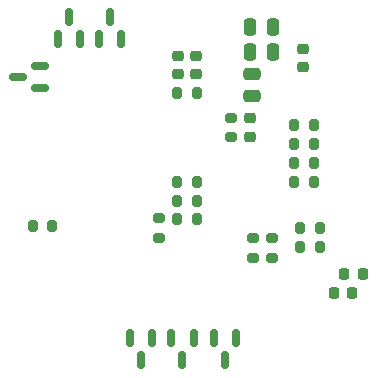
<source format=gbr>
%TF.GenerationSoftware,KiCad,Pcbnew,8.0.5*%
%TF.CreationDate,2025-01-05T11:13:20+01:00*%
%TF.ProjectId,BlockBoxController,426c6f63-6b42-46f7-9843-6f6e74726f6c,rev?*%
%TF.SameCoordinates,Original*%
%TF.FileFunction,Paste,Bot*%
%TF.FilePolarity,Positive*%
%FSLAX46Y46*%
G04 Gerber Fmt 4.6, Leading zero omitted, Abs format (unit mm)*
G04 Created by KiCad (PCBNEW 8.0.5) date 2025-01-05 11:13:20*
%MOMM*%
%LPD*%
G01*
G04 APERTURE LIST*
G04 Aperture macros list*
%AMRoundRect*
0 Rectangle with rounded corners*
0 $1 Rounding radius*
0 $2 $3 $4 $5 $6 $7 $8 $9 X,Y pos of 4 corners*
0 Add a 4 corners polygon primitive as box body*
4,1,4,$2,$3,$4,$5,$6,$7,$8,$9,$2,$3,0*
0 Add four circle primitives for the rounded corners*
1,1,$1+$1,$2,$3*
1,1,$1+$1,$4,$5*
1,1,$1+$1,$6,$7*
1,1,$1+$1,$8,$9*
0 Add four rect primitives between the rounded corners*
20,1,$1+$1,$2,$3,$4,$5,0*
20,1,$1+$1,$4,$5,$6,$7,0*
20,1,$1+$1,$6,$7,$8,$9,0*
20,1,$1+$1,$8,$9,$2,$3,0*%
G04 Aperture macros list end*
%ADD10RoundRect,0.200000X-0.200000X-0.275000X0.200000X-0.275000X0.200000X0.275000X-0.200000X0.275000X0*%
%ADD11RoundRect,0.200000X0.200000X0.275000X-0.200000X0.275000X-0.200000X-0.275000X0.200000X-0.275000X0*%
%ADD12RoundRect,0.200000X0.275000X-0.200000X0.275000X0.200000X-0.275000X0.200000X-0.275000X-0.200000X0*%
%ADD13RoundRect,0.200000X-0.275000X0.200000X-0.275000X-0.200000X0.275000X-0.200000X0.275000X0.200000X0*%
%ADD14RoundRect,0.150000X-0.150000X0.587500X-0.150000X-0.587500X0.150000X-0.587500X0.150000X0.587500X0*%
%ADD15RoundRect,0.150000X0.587500X0.150000X-0.587500X0.150000X-0.587500X-0.150000X0.587500X-0.150000X0*%
%ADD16RoundRect,0.150000X0.150000X-0.587500X0.150000X0.587500X-0.150000X0.587500X-0.150000X-0.587500X0*%
%ADD17RoundRect,0.225000X0.250000X-0.225000X0.250000X0.225000X-0.250000X0.225000X-0.250000X-0.225000X0*%
%ADD18RoundRect,0.250000X-0.250000X-0.475000X0.250000X-0.475000X0.250000X0.475000X-0.250000X0.475000X0*%
%ADD19RoundRect,0.225000X-0.250000X0.225000X-0.250000X-0.225000X0.250000X-0.225000X0.250000X0.225000X0*%
%ADD20RoundRect,0.225000X0.225000X0.250000X-0.225000X0.250000X-0.225000X-0.250000X0.225000X-0.250000X0*%
%ADD21RoundRect,0.250000X0.475000X-0.250000X0.475000X0.250000X-0.475000X0.250000X-0.475000X-0.250000X0*%
G04 APERTURE END LIST*
D10*
%TO.C,R23*%
X141075000Y-104600000D03*
X142725000Y-104600000D03*
%TD*%
%TO.C,R22*%
X141075000Y-103000000D03*
X142725000Y-103000000D03*
%TD*%
D11*
%TO.C,R21*%
X130675000Y-100700000D03*
X132325000Y-100700000D03*
%TD*%
%TO.C,R20*%
X132325000Y-99100000D03*
X130675000Y-99100000D03*
%TD*%
%TO.C,R19*%
X132325000Y-102275000D03*
X130675000Y-102275000D03*
%TD*%
D12*
%TO.C,R18*%
X129100000Y-102175000D03*
X129100000Y-103825000D03*
%TD*%
D10*
%TO.C,R17*%
X142225000Y-94300000D03*
X140575000Y-94300000D03*
%TD*%
%TO.C,R16*%
X142225000Y-95900000D03*
X140575000Y-95900000D03*
%TD*%
%TO.C,R15*%
X140575000Y-97500000D03*
X142225000Y-97500000D03*
%TD*%
%TO.C,R14*%
X140575000Y-99100000D03*
X142225000Y-99100000D03*
%TD*%
%TO.C,R10*%
X130675000Y-91600000D03*
X132325000Y-91600000D03*
%TD*%
D13*
%TO.C,R9*%
X137100000Y-103875000D03*
X137100000Y-105525000D03*
%TD*%
%TO.C,R8*%
X138700000Y-103875000D03*
X138700000Y-105525000D03*
%TD*%
D12*
%TO.C,R5*%
X135200000Y-93675000D03*
X135200000Y-95325000D03*
%TD*%
D11*
%TO.C,R3*%
X118450000Y-102800000D03*
X120100000Y-102800000D03*
%TD*%
D14*
%TO.C,Q6*%
X126650000Y-112325000D03*
X128550000Y-112325000D03*
X127600000Y-114200000D03*
%TD*%
%TO.C,Q5*%
X133750000Y-112325000D03*
X135650000Y-112325000D03*
X134700000Y-114200000D03*
%TD*%
%TO.C,Q4*%
X130150000Y-112325000D03*
X132050000Y-112325000D03*
X131100000Y-114200000D03*
%TD*%
D15*
%TO.C,Q3*%
X119037500Y-89250000D03*
X119037500Y-91150000D03*
X117162500Y-90200000D03*
%TD*%
D16*
%TO.C,Q2*%
X122450000Y-87037500D03*
X120550000Y-87037500D03*
X121500000Y-85162500D03*
%TD*%
%TO.C,Q1*%
X125950000Y-87037500D03*
X124050000Y-87037500D03*
X125000000Y-85162500D03*
%TD*%
D17*
%TO.C,C22*%
X132300000Y-89975000D03*
X132300000Y-88425000D03*
%TD*%
D18*
%TO.C,C20*%
X136850000Y-88100000D03*
X138750000Y-88100000D03*
%TD*%
%TO.C,C19*%
X136850000Y-86000000D03*
X138750000Y-86000000D03*
%TD*%
D19*
%TO.C,C18*%
X136800000Y-95275000D03*
X136800000Y-93725000D03*
%TD*%
%TO.C,C16*%
X130700000Y-88450000D03*
X130700000Y-90000000D03*
%TD*%
D20*
%TO.C,C15*%
X146375000Y-106900000D03*
X144825000Y-106900000D03*
%TD*%
D21*
%TO.C,C9*%
X137000000Y-89950000D03*
X137000000Y-91850000D03*
%TD*%
D20*
%TO.C,C2*%
X145475000Y-108500000D03*
X143925000Y-108500000D03*
%TD*%
D19*
%TO.C,C1*%
X141300000Y-89375000D03*
X141300000Y-87825000D03*
%TD*%
M02*

</source>
